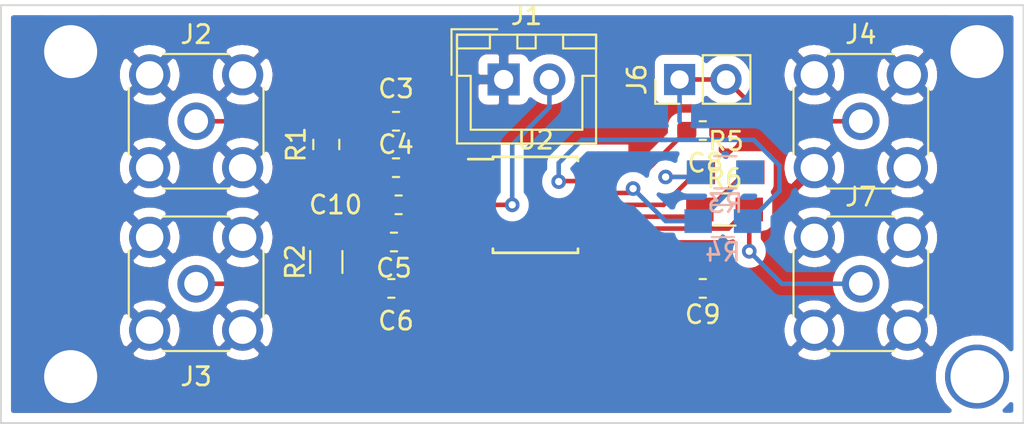
<source format=kicad_pcb>
(kicad_pcb (version 20171130) (host pcbnew "(5.1.2)-2")
  (layers (0 F.Cu signal) (31 B.Cu signal) (34 B.Paste user) (35 F.Paste user) (36 B.SilkS user) (37 F.SilkS user) (38 B.Mask user) (39 F.Mask user) (44 Edge.Cuts user))
  (net 0 "")
  (net 1 GND)
  (net 2 "Net-(C3-Pad2)")
  (net 3 /INPA)
  (net 4 "Net-(C6-Pad2)")
  (net 5 /INPB)
  (net 6 /VCC3.3)
  (net 7 "Net-(C8-Pad2)")
  (net 8 "Net-(C9-Pad2)")
  (net 9 /MSET)
  (net 10 /PSET)
  (net 11 /VREF)
  (net 12 /OFSA)
  (net 13 /OFSB)
  (net 14 /VMAG)
  (net 15 /VPHS)
  (module Connectors_JST:JST_XH_B02B-XH-A_02x2.50mm_Straight (layer F.Cu) (at 162.092 105.664)
    (fp_text reference J1 (at 1.25 -3.5) (layer F.SilkS))
    (fp_text value Conn_01x02_Male)
    (fp_line (start -2.55 -2.45) (end -2.55 3.5) (layer F.SilkS) (width 0.12))
    (fp_line (start -2.55 3.5) (end 5.05 3.5) (layer F.SilkS) (width 0.12))
    (fp_line (start 5.05 3.5) (end 5.05 -2.45) (layer F.SilkS) (width 0.12))
    (fp_line (start 5.05 -2.45) (end -2.55 -2.45) (layer F.SilkS) (width 0.12))
    (fp_line (start 0.75 -2.45) (end 0.75 -1.7) (layer F.SilkS) (width 0.12))
    (fp_line (start 0.75 -1.7) (end 1.75 -1.7) (layer F.SilkS) (width 0.12))
    (fp_line (start 1.75 -1.7) (end 1.75 -2.45) (layer F.SilkS) (width 0.12))
    (fp_line (start 1.75 -2.45) (end 0.75 -2.45) (layer F.SilkS) (width 0.12))
    (fp_line (start -2.55 -2.45) (end -2.55 -1.7) (layer F.SilkS) (width 0.12))
    (fp_line (start -2.55 -1.7) (end -0.75 -1.7) (layer F.SilkS) (width 0.12))
    (fp_line (start -0.75 -1.7) (end -0.75 -2.45) (layer F.SilkS) (width 0.12))
    (fp_line (start -0.75 -2.45) (end -2.55 -2.45) (layer F.SilkS) (width 0.12))
    (fp_line (start 3.25 -2.45) (end 3.25 -1.7) (layer F.SilkS) (width 0.12))
    (fp_line (start 3.25 -1.7) (end 5.05 -1.7) (layer F.SilkS) (width 0.12))
    (fp_line (start 5.05 -1.7) (end 5.05 -2.45) (layer F.SilkS) (width 0.12))
    (fp_line (start 5.05 -2.45) (end 3.25 -2.45) (layer F.SilkS) (width 0.12))
    (fp_line (start -2.55 -0.2) (end -1.8 -0.2) (layer F.SilkS) (width 0.12))
    (fp_line (start -1.8 -0.2) (end -1.8 2.75) (layer F.SilkS) (width 0.12))
    (fp_line (start -1.8 2.75) (end 1.25 2.75) (layer F.SilkS) (width 0.12))
    (fp_line (start 5.05 -0.2) (end 4.3 -0.2) (layer F.SilkS) (width 0.12))
    (fp_line (start 4.3 -0.2) (end 4.3 2.75) (layer F.SilkS) (width 0.12))
    (fp_line (start 4.3 2.75) (end 1.25 2.75) (layer F.SilkS) (width 0.12))
    (fp_line (start -0.35 -2.75) (end -2.85 -2.75) (layer F.SilkS) (width 0.12))
    (fp_line (start -2.85 -2.75) (end -2.85 -0.25) (layer F.SilkS) (width 0.12))
    (pad 1 thru_hole rect (at 0 0) (size 1.75 1.75) (drill 1.05) (layers *.Cu *.Mask) (net 1 GND))
    (pad 2 thru_hole circle (at 2.5 0) (size 1.75 1.75) (drill 1.05) (layers *.Cu *.Mask) (net 6 /VCC3.3))
  )
  (module Housings_SSOP:TSSOP-14_4.4x5mm_Pitch0.65mm (layer F.Cu) (at 163.83 112.522)
    (fp_text reference U2 (at 0 -3.55) (layer F.SilkS))
    (fp_text value AD8302)
    (fp_line (start -2.325 -2.625) (end -2.325 -2.5) (layer F.SilkS) (width 0.15))
    (fp_line (start 2.325 -2.625) (end 2.325 -2.4) (layer F.SilkS) (width 0.15))
    (fp_line (start 2.325 2.625) (end 2.325 2.4) (layer F.SilkS) (width 0.15))
    (fp_line (start -2.325 2.625) (end -2.325 2.4) (layer F.SilkS) (width 0.15))
    (fp_line (start -2.325 -2.625) (end 2.325 -2.625) (layer F.SilkS) (width 0.15))
    (fp_line (start -2.325 2.625) (end 2.325 2.625) (layer F.SilkS) (width 0.15))
    (fp_line (start -2.325 -2.5) (end -3.675 -2.5) (layer F.SilkS) (width 0.15))
    (pad 1 smd rect (at -2.95 -1.95) (size 1.45 0.45) (layers F.Cu F.Paste F.Mask) (net 1 GND))
    (pad 2 smd rect (at -2.95 -1.3) (size 1.45 0.45) (layers F.Cu F.Paste F.Mask) (net 3 /INPA))
    (pad 3 smd rect (at -2.95 -0.65) (size 1.45 0.45) (layers F.Cu F.Paste F.Mask) (net 12 /OFSA))
    (pad 4 smd rect (at -2.95 0) (size 1.45 0.45) (layers F.Cu F.Paste F.Mask) (net 6 /VCC3.3))
    (pad 5 smd rect (at -2.95 0.65) (size 1.45 0.45) (layers F.Cu F.Paste F.Mask) (net 13 /OFSB))
    (pad 6 smd rect (at -2.95 1.3) (size 1.45 0.45) (layers F.Cu F.Paste F.Mask) (net 5 /INPB))
    (pad 7 smd rect (at -2.95 1.95) (size 1.45 0.45) (layers F.Cu F.Paste F.Mask) (net 1 GND))
    (pad 8 smd rect (at 2.95 1.95) (size 1.45 0.45) (layers F.Cu F.Paste F.Mask) (net 8 "Net-(C9-Pad2)"))
    (pad 9 smd rect (at 2.95 1.3) (size 1.45 0.45) (layers F.Cu F.Paste F.Mask) (net 15 /VPHS))
    (pad 10 smd rect (at 2.95 0.65) (size 1.45 0.45) (layers F.Cu F.Paste F.Mask) (net 10 /PSET))
    (pad 11 smd rect (at 2.95 0) (size 1.45 0.45) (layers F.Cu F.Paste F.Mask) (net 11 /VREF))
    (pad 12 smd rect (at 2.95 -0.65) (size 1.45 0.45) (layers F.Cu F.Paste F.Mask) (net 9 /MSET))
    (pad 13 smd rect (at 2.95 -1.3) (size 1.45 0.45) (layers F.Cu F.Paste F.Mask) (net 14 /VMAG))
    (pad 14 smd rect (at 2.95 -1.95) (size 1.45 0.45) (layers F.Cu F.Paste F.Mask) (net 7 "Net-(C8-Pad2)"))
  )
  (module Resistors_SMD:R_0805_HandSoldering (layer B.Cu) (at 174.07 113.411)
    (fp_text reference R4 (at 0 1.7) (layer B.SilkS) (effects (justify mirror)))
    (fp_text value R_Small)
    (fp_line (start 0.6 -0.88) (end -0.6 -0.88) (layer B.SilkS) (width 0.12))
    (fp_line (start -0.6 0.88) (end 0.6 0.88) (layer B.SilkS) (width 0.12))
    (pad 1 smd rect (at -1.35 0) (size 1.5 1.3) (layers B.Cu B.Paste B.Mask) (net 9 /MSET))
    (pad 2 smd rect (at 1.35 0) (size 1.5 1.3) (layers B.Cu B.Paste B.Mask) (net 14 /VMAG))
  )
  (module SMA:SMA (layer F.Cu) (at 181.61 116.84)
    (fp_text reference J7 (at 0 -4.75) (layer F.SilkS))
    (fp_text value Conn_Coaxial)
    (fp_line (start -3.68 -1.8) (end -3.68 1.8) (layer F.SilkS) (width 0.12))
    (fp_line (start 3.68 -1.8) (end 3.68 1.8) (layer F.SilkS) (width 0.12))
    (fp_line (start -1.8 3.68) (end 1.8 3.68) (layer F.SilkS) (width 0.12))
    (fp_line (start -1.8 -3.68) (end 1.8 -3.68) (layer F.SilkS) (width 0.12))
    (pad 1 thru_hole circle (at 0 0) (size 2.05 2.05) (drill 1.3) (layers *.Cu *.Mask) (net 15 /VPHS))
    (pad 2 thru_hole circle (at 2.54 2.54) (size 2.25 2.25) (drill 1.5) (layers *.Cu *.Mask) (net 1 GND))
    (pad 2 thru_hole circle (at 2.54 -2.54) (size 2.25 2.25) (drill 1.5) (layers *.Cu *.Mask) (net 1 GND))
    (pad 2 thru_hole circle (at -2.54 -2.54) (size 2.25 2.25) (drill 1.5) (layers *.Cu *.Mask) (net 1 GND))
    (pad 2 thru_hole circle (at -2.54 2.54) (size 2.25 2.25) (drill 1.5) (layers *.Cu *.Mask) (net 1 GND))
  )
  (module Connector_PinHeader_2.54mm:PinHeader_1x02_P2.54mm_Vertical (layer F.Cu) (at 171.704 105.664 90)
    (fp_text reference J6 (at 0 -2.33 90) (layer F.SilkS))
    (fp_text value Conn_01x02_Male)
    (fp_line (start -1.33 -1.33) (end 0 -1.33) (layer F.SilkS) (width 0.12))
    (fp_line (start -1.33 0) (end -1.33 -1.33) (layer F.SilkS) (width 0.12))
    (fp_line (start -1.33 1.27) (end 1.33 1.27) (layer F.SilkS) (width 0.12))
    (fp_line (start 1.33 1.27) (end 1.33 3.87) (layer F.SilkS) (width 0.12))
    (fp_line (start -1.33 1.27) (end -1.33 3.87) (layer F.SilkS) (width 0.12))
    (fp_line (start -1.33 3.87) (end 1.33 3.87) (layer F.SilkS) (width 0.12))
    (pad 2 thru_hole oval (at 0 2.54 90) (size 1.7 1.7) (drill 1) (layers *.Cu *.Mask) (net 14 /VMAG))
    (pad 1 thru_hole rect (at 0 0 90) (size 1.7 1.7) (drill 1) (layers *.Cu *.Mask) (net 14 /VMAG))
  )
  (module Capacitor_SMD:C_0603_1608Metric_Pad1.05x0.95mm_HandSolder (layer F.Cu) (at 156.351 112.522)
    (fp_text reference C10 (at -3.443 0) (layer F.SilkS))
    (fp_text value C_Small)
    (fp_line (start -0.171267 0.51) (end 0.171267 0.51) (layer F.SilkS) (width 0.12))
    (fp_line (start -0.171267 -0.51) (end 0.171267 -0.51) (layer F.SilkS) (width 0.12))
    (pad 2 smd roundrect (at 0.875 0) (size 1.05 0.95) (layers F.Cu F.Paste F.Mask) (net 6 /VCC3.3))
    (pad 1 smd roundrect (at -0.875 0) (size 1.05 0.95) (layers F.Cu F.Paste F.Mask) (net 1 GND))
  )
  (module Capacitor_SMD:C_0603_1608Metric_Pad1.05x0.95mm_HandSolder (layer F.Cu) (at 172.974 117.094 180)
    (fp_text reference C9 (at 0 -1.43) (layer F.SilkS))
    (fp_text value C_Small)
    (fp_line (start -0.171267 0.51) (end 0.171267 0.51) (layer F.SilkS) (width 0.12))
    (fp_line (start -0.171267 -0.51) (end 0.171267 -0.51) (layer F.SilkS) (width 0.12))
    (pad 2 smd roundrect (at 0.875 0 180) (size 1.05 0.95) (layers F.Cu F.Paste F.Mask) (net 8 "Net-(C9-Pad2)"))
    (pad 1 smd roundrect (at -0.875 0 180) (size 1.05 0.95) (layers F.Cu F.Paste F.Mask) (net 1 GND))
  )
  (module Capacitor_SMD:C_0603_1608Metric_Pad1.05x0.95mm_HandSolder (layer F.Cu) (at 172.974 108.458 180)
    (fp_text reference C8 (at -0.141 -1.778) (layer F.SilkS))
    (fp_text value C_Small)
    (fp_line (start -0.171267 0.51) (end 0.171267 0.51) (layer F.SilkS) (width 0.12))
    (fp_line (start -0.171267 -0.51) (end 0.171267 -0.51) (layer F.SilkS) (width 0.12))
    (pad 2 smd roundrect (at 0.875 0 180) (size 1.05 0.95) (layers F.Cu F.Paste F.Mask) (net 7 "Net-(C8-Pad2)"))
    (pad 1 smd roundrect (at -0.875 0 180) (size 1.05 0.95) (layers F.Cu F.Paste F.Mask) (net 1 GND))
  )
  (module Capacitor_SMD:C_0603_1608Metric_Pad1.05x0.95mm_HandSolder (layer F.Cu) (at 155.956 117.094 180)
    (fp_text reference C6 (at -0.254 -1.778) (layer F.SilkS))
    (fp_text value C_Small)
    (fp_line (start -0.171267 0.51) (end 0.171267 0.51) (layer F.SilkS) (width 0.12))
    (fp_line (start -0.171267 -0.51) (end 0.171267 -0.51) (layer F.SilkS) (width 0.12))
    (pad 2 smd roundrect (at 0.875 0 180) (size 1.05 0.95) (layers F.Cu F.Paste F.Mask) (net 4 "Net-(C6-Pad2)"))
    (pad 1 smd roundrect (at -0.875 0 180) (size 1.05 0.95) (layers F.Cu F.Paste F.Mask) (net 5 /INPB))
  )
  (module Capacitor_SMD:C_0603_1608Metric_Pad1.05x0.95mm_HandSolder (layer F.Cu) (at 156.097 114.554 180)
    (fp_text reference C5 (at 0 -1.43) (layer F.SilkS))
    (fp_text value C_Small)
    (fp_line (start -0.171267 0.51) (end 0.171267 0.51) (layer F.SilkS) (width 0.12))
    (fp_line (start -0.171267 -0.51) (end 0.171267 -0.51) (layer F.SilkS) (width 0.12))
    (pad 2 smd roundrect (at 0.875 0 180) (size 1.05 0.95) (layers F.Cu F.Paste F.Mask) (net 1 GND))
    (pad 1 smd roundrect (at -0.875 0 180) (size 1.05 0.95) (layers F.Cu F.Paste F.Mask) (net 13 /OFSB))
  )
  (module Capacitor_SMD:C_0603_1608Metric_Pad1.05x0.95mm_HandSolder (layer F.Cu) (at 156.21 110.49 180)
    (fp_text reference C4 (at 0 1.27) (layer F.SilkS))
    (fp_text value C_Small)
    (fp_line (start -0.171267 0.51) (end 0.171267 0.51) (layer F.SilkS) (width 0.12))
    (fp_line (start -0.171267 -0.51) (end 0.171267 -0.51) (layer F.SilkS) (width 0.12))
    (pad 2 smd roundrect (at 0.875 0 180) (size 1.05 0.95) (layers F.Cu F.Paste F.Mask) (net 1 GND))
    (pad 1 smd roundrect (at -0.875 0 180) (size 1.05 0.95) (layers F.Cu F.Paste F.Mask) (net 12 /OFSA))
  )
  (module Capacitor_SMD:C_0603_1608Metric_Pad1.05x0.95mm_HandSolder (layer F.Cu) (at 156.21 107.95 180)
    (fp_text reference C3 (at 0 1.778) (layer F.SilkS))
    (fp_text value C_Small)
    (fp_line (start -0.171267 0.51) (end 0.171267 0.51) (layer F.SilkS) (width 0.12))
    (fp_line (start -0.171267 -0.51) (end 0.171267 -0.51) (layer F.SilkS) (width 0.12))
    (pad 2 smd roundrect (at 0.875 0 180) (size 1.05 0.95) (layers F.Cu F.Paste F.Mask) (net 2 "Net-(C3-Pad2)"))
    (pad 1 smd roundrect (at -0.875 0 180) (size 1.05 0.95) (layers F.Cu F.Paste F.Mask) (net 3 /INPA))
  )
  (module Resistor_SMD:R_0805_2012Metric_Pad1.15x1.40mm_HandSolder (layer F.Cu) (at 152.4 109.22 90)
    (fp_text reference R1 (at 0 -1.65 90) (layer F.SilkS))
    (fp_text value R_Small)
    (fp_line (start -0.261252 0.71) (end 0.261252 0.71) (layer F.SilkS) (width 0.12))
    (fp_line (start -0.261252 -0.71) (end 0.261252 -0.71) (layer F.SilkS) (width 0.12))
    (pad 2 smd roundrect (at 1.025 0 90) (size 1.15 1.4) (layers F.Cu F.Paste F.Mask) (roundrect_rratio 0.217391) (net 2 "Net-(C3-Pad2)"))
    (pad 1 smd roundrect (at -1.025 0 90) (size 1.15 1.4) (layers F.Cu F.Paste F.Mask) (roundrect_rratio 0.217391) (net 1 GND))
  )
  (module Resistors_SMD:R_0805_HandSoldering (layer F.Cu) (at 174.164 112.776)
    (fp_text reference R6 (at 0 -1.7) (layer F.SilkS))
    (fp_text value R_Small)
    (fp_line (start 0.6 0.88) (end -0.6 0.88) (layer F.SilkS) (width 0.12))
    (fp_line (start -0.6 -0.88) (end 0.6 -0.88) (layer F.SilkS) (width 0.12))
    (pad 1 smd rect (at -1.35 0) (size 1.5 1.3) (layers F.Cu F.Paste F.Mask) (net 10 /PSET))
    (pad 2 smd rect (at 1.35 0) (size 1.5 1.3) (layers F.Cu F.Paste F.Mask) (net 15 /VPHS))
  )
  (module Resistors_SMD:R_0805_HandSoldering (layer F.Cu) (at 174.244 110.744)
    (fp_text reference R5 (at 0 -1.7) (layer F.SilkS))
    (fp_text value R_Small)
    (fp_line (start 0.6 0.88) (end -0.6 0.88) (layer F.SilkS) (width 0.12))
    (fp_line (start -0.6 -0.88) (end 0.6 -0.88) (layer F.SilkS) (width 0.12))
    (pad 1 smd rect (at -1.35 0) (size 1.5 1.3) (layers F.Cu F.Paste F.Mask) (net 11 /VREF))
    (pad 2 smd rect (at 1.35 0) (size 1.5 1.3) (layers F.Cu F.Paste F.Mask) (net 10 /PSET))
  )
  (module Resistors_SMD:R_0805_HandSoldering (layer B.Cu) (at 174.197 110.744)
    (fp_text reference R3 (at 0 1.7) (layer B.SilkS) (effects (justify mirror)))
    (fp_text value R_Small)
    (fp_line (start 0.6 -0.88) (end -0.6 -0.88) (layer B.SilkS) (width 0.12))
    (fp_line (start -0.6 0.88) (end 0.6 0.88) (layer B.SilkS) (width 0.12))
    (pad 1 smd rect (at -1.35 0) (size 1.5 1.3) (layers B.Cu B.Paste B.Mask) (net 11 /VREF))
    (pad 2 smd rect (at 1.35 0) (size 1.5 1.3) (layers B.Cu B.Paste B.Mask) (net 9 /MSET))
  )
  (module Resistors_SMD:R_0805_HandSoldering (layer F.Cu) (at 152.4 115.65 90)
    (fp_text reference R2 (at 0 -1.7 90) (layer F.SilkS))
    (fp_text value R_Small)
    (fp_line (start 0.6 0.88) (end -0.6 0.88) (layer F.SilkS) (width 0.12))
    (fp_line (start -0.6 -0.88) (end 0.6 -0.88) (layer F.SilkS) (width 0.12))
    (pad 1 smd rect (at -1.35 0 90) (size 1.5 1.3) (layers F.Cu F.Paste F.Mask) (net 4 "Net-(C6-Pad2)"))
    (pad 2 smd rect (at 1.35 0 90) (size 1.5 1.3) (layers F.Cu F.Paste F.Mask) (net 1 GND))
  )
  (module SMA:SMA (layer F.Cu) (at 181.61 107.95)
    (fp_text reference J4 (at 0 -4.75) (layer F.SilkS))
    (fp_text value Conn_Coaxial)
    (fp_line (start -3.68 -1.8) (end -3.68 1.8) (layer F.SilkS) (width 0.12))
    (fp_line (start 3.68 -1.8) (end 3.68 1.8) (layer F.SilkS) (width 0.12))
    (fp_line (start -1.8 3.68) (end 1.8 3.68) (layer F.SilkS) (width 0.12))
    (fp_line (start -1.8 -3.68) (end 1.8 -3.68) (layer F.SilkS) (width 0.12))
    (pad 1 thru_hole circle (at 0 0) (size 2.05 2.05) (drill 1.3) (layers *.Cu *.Mask) (net 14 /VMAG))
    (pad 2 thru_hole circle (at 2.54 2.54) (size 2.25 2.25) (drill 1.5) (layers *.Cu *.Mask) (net 1 GND))
    (pad 2 thru_hole circle (at 2.54 -2.54) (size 2.25 2.25) (drill 1.5) (layers *.Cu *.Mask) (net 1 GND))
    (pad 2 thru_hole circle (at -2.54 -2.54) (size 2.25 2.25) (drill 1.5) (layers *.Cu *.Mask) (net 1 GND))
    (pad 2 thru_hole circle (at -2.54 2.54) (size 2.25 2.25) (drill 1.5) (layers *.Cu *.Mask) (net 1 GND))
  )
  (module SMA:SMA (layer F.Cu) (at 145.288 116.84)
    (fp_text reference J3 (at 0 5.08) (layer F.SilkS))
    (fp_text value Conn_Coaxial)
    (fp_line (start -3.68 -1.8) (end -3.68 1.8) (layer F.SilkS) (width 0.12))
    (fp_line (start 3.68 -1.8) (end 3.68 1.8) (layer F.SilkS) (width 0.12))
    (fp_line (start -1.8 3.68) (end 1.8 3.68) (layer F.SilkS) (width 0.12))
    (fp_line (start -1.8 -3.68) (end 1.8 -3.68) (layer F.SilkS) (width 0.12))
    (pad 1 thru_hole circle (at 0 0) (size 2.05 2.05) (drill 1.3) (layers *.Cu *.Mask) (net 4 "Net-(C6-Pad2)"))
    (pad 2 thru_hole circle (at 2.54 2.54) (size 2.25 2.25) (drill 1.5) (layers *.Cu *.Mask) (net 1 GND))
    (pad 2 thru_hole circle (at 2.54 -2.54) (size 2.25 2.25) (drill 1.5) (layers *.Cu *.Mask) (net 1 GND))
    (pad 2 thru_hole circle (at -2.54 -2.54) (size 2.25 2.25) (drill 1.5) (layers *.Cu *.Mask) (net 1 GND))
    (pad 2 thru_hole circle (at -2.54 2.54) (size 2.25 2.25) (drill 1.5) (layers *.Cu *.Mask) (net 1 GND))
  )
  (module SMA:SMA (layer F.Cu) (at 145.288 107.95)
    (fp_text reference J2 (at 0 -4.75) (layer F.SilkS))
    (fp_text value Conn_Coaxial)
    (fp_line (start -3.68 -1.8) (end -3.68 1.8) (layer F.SilkS) (width 0.12))
    (fp_line (start 3.68 -1.8) (end 3.68 1.8) (layer F.SilkS) (width 0.12))
    (fp_line (start -1.8 3.68) (end 1.8 3.68) (layer F.SilkS) (width 0.12))
    (fp_line (start -1.8 -3.68) (end 1.8 -3.68) (layer F.SilkS) (width 0.12))
    (pad 1 thru_hole circle (at 0 0) (size 2.05 2.05) (drill 1.3) (layers *.Cu *.Mask) (net 2 "Net-(C3-Pad2)"))
    (pad 2 thru_hole circle (at 2.54 2.54) (size 2.25 2.25) (drill 1.5) (layers *.Cu *.Mask) (net 1 GND))
    (pad 2 thru_hole circle (at 2.54 -2.54) (size 2.25 2.25) (drill 1.5) (layers *.Cu *.Mask) (net 1 GND))
    (pad 2 thru_hole circle (at -2.54 -2.54) (size 2.25 2.25) (drill 1.5) (layers *.Cu *.Mask) (net 1 GND))
    (pad 2 thru_hole circle (at -2.54 2.54) (size 2.25 2.25) (drill 1.5) (layers *.Cu *.Mask) (net 1 GND))
  )
  (gr_line (start 134.62 101.6) (end 190.5 101.6) (layer Edge.Cuts) (width 0.1))
  (gr_line (start 134.62 124.46) (end 134.62 101.6) (layer Edge.Cuts) (width 0.1))
  (gr_line (start 190.5 124.46) (end 134.62 124.46) (layer Edge.Cuts) (width 0.1))
  (gr_line (start 190.5 101.6) (end 190.5 124.46) (layer Edge.Cuts) (width 0.1))
  (via (at 187.96 104.14) (size 3.5) (drill 2.9) (layers F.Cu B.Cu) (net 1))
  (via (at 187.96 121.92) (size 3.5) (drill 2.9) (layers F.Cu B.Cu) (net 0))
  (via (at 138.43 121.92) (size 3.5) (drill 2.9) (layers F.Cu B.Cu) (net 1))
  (via (at 138.43 104.14) (size 3.5) (drill 2.9) (layers F.Cu B.Cu) (net 1))
  (via (at 170.942 110.998) (size 0.8) (drill 0.4) (layers F.Cu B.Cu) (net 11))
  (via (at 175.514 115.062) (size 0.8) (drill 0.4) (layers F.Cu B.Cu) (net 15))
  (segment (start 155.222 110.603) (end 155.335 110.49) (width 0.25) (layer F.Cu) (net 1))
  (segment (start 152.645 110.49) (end 152.4 110.245) (width 0.25) (layer F.Cu) (net 1))
  (segment (start 155.335 110.49) (end 152.645 110.49) (width 0.25) (layer F.Cu) (net 1))
  (segment (start 152.654 114.554) (end 152.4 114.3) (width 0.25) (layer F.Cu) (net 1))
  (segment (start 155.222 114.554) (end 152.654 114.554) (width 0.25) (layer F.Cu) (net 1))
  (segment (start 177.038 108.458) (end 179.07 110.49) (width 0.25) (layer F.Cu) (net 1))
  (segment (start 173.849 108.458) (end 177.038 108.458) (width 0.25) (layer F.Cu) (net 1))
  (segment (start 176.276 117.094) (end 179.07 114.3) (width 0.25) (layer F.Cu) (net 1))
  (segment (start 173.849 117.094) (end 176.276 117.094) (width 0.25) (layer F.Cu) (net 1))
  (segment (start 153.698 113.002) (end 152.4 114.3) (width 0.25) (layer F.Cu) (net 1))
  (segment (start 153.698 112.522) (end 153.698 113.002) (width 0.25) (layer F.Cu) (net 1))
  (segment (start 153.698 111.543) (end 152.4 110.245) (width 0.25) (layer F.Cu) (net 1))
  (segment (start 153.698 112.522) (end 153.698 111.543) (width 0.25) (layer F.Cu) (net 1))
  (segment (start 152.155 107.95) (end 152.4 108.195) (width 0.25) (layer F.Cu) (net 2))
  (segment (start 145.288 107.95) (end 152.155 107.95) (width 0.25) (layer F.Cu) (net 2))
  (segment (start 155.09 108.195) (end 155.335 107.95) (width 0.25) (layer F.Cu) (net 2))
  (segment (start 152.4 108.195) (end 155.09 108.195) (width 0.25) (layer F.Cu) (net 2))
  (segment (start 157.085 108.525) (end 157.085 107.95) (width 0.25) (layer F.Cu) (net 3))
  (segment (start 159.782 111.222) (end 157.085 108.525) (width 0.25) (layer F.Cu) (net 3))
  (segment (start 160.88 111.222) (end 159.782 111.222) (width 0.25) (layer F.Cu) (net 3))
  (segment (start 152.24 116.84) (end 152.4 117) (width 0.25) (layer F.Cu) (net 4))
  (segment (start 145.288 116.84) (end 152.24 116.84) (width 0.25) (layer F.Cu) (net 4))
  (segment (start 155.175 117) (end 155.335 116.84) (width 0.25) (layer F.Cu) (net 4))
  (segment (start 152.4 117) (end 155.175 117) (width 0.25) (layer F.Cu) (net 4))
  (segment (start 156.831 117.094) (end 156.831 116.699) (width 0.25) (layer F.Cu) (net 5))
  (segment (start 156.831 116.699) (end 159.708 113.822) (width 0.25) (layer F.Cu) (net 5))
  (segment (start 160.88 113.822) (end 159.796 113.822) (width 0.25) (layer F.Cu) (net 5))
  (segment (start 159.708 113.822) (end 160.88 113.822) (width 0.25) (layer F.Cu) (net 5))
  (segment (start 164.592 105.664) (end 164.592 107.188) (width 0.25) (layer B.Cu) (net 6))
  (segment (start 164.592 107.188) (end 162.56 109.22) (width 0.25) (layer B.Cu) (net 6))
  (via (at 162.56 112.522) (size 0.8) (drill 0.4) (layers F.Cu B.Cu) (net 6))
  (segment (start 160.88 112.522) (end 157.226 112.522) (width 0.25) (layer F.Cu) (net 6))
  (segment (start 162.56 109.22) (end 162.56 112.522) (width 0.25) (layer B.Cu) (net 6))
  (segment (start 160.88 112.522) (end 162.56 112.522) (width 0.25) (layer F.Cu) (net 6))
  (segment (start 169.985 110.572) (end 172.099 108.458) (width 0.25) (layer F.Cu) (net 7))
  (segment (start 166.78 110.572) (end 169.985 110.572) (width 0.25) (layer F.Cu) (net 7))
  (segment (start 169.477 114.472) (end 172.099 117.094) (width 0.25) (layer F.Cu) (net 8))
  (segment (start 166.78 114.472) (end 169.477 114.472) (width 0.25) (layer F.Cu) (net 8))
  (segment (start 172.78 113.411) (end 172.72 113.411) (width 0.25) (layer B.Cu) (net 9))
  (segment (start 175.447 110.744) (end 172.78 113.411) (width 0.25) (layer B.Cu) (net 9))
  (segment (start 175.547 110.744) (end 175.447 110.744) (width 0.25) (layer B.Cu) (net 9))
  (segment (start 170.942 113.411) (end 169.164 111.633) (width 0.25) (layer B.Cu) (net 9))
  (segment (start 172.72 113.411) (end 170.942 113.411) (width 0.25) (layer B.Cu) (net 9))
  (via (at 169.164 111.633) (size 0.8) (drill 0.4) (layers F.Cu B.Cu) (net 9))
  (segment (start 169.164 111.633) (end 168.925 111.872) (width 0.25) (layer F.Cu) (net 9))
  (segment (start 168.925 111.872) (end 166.78 111.872) (width 0.25) (layer F.Cu) (net 9))
  (segment (start 173.288 112.776) (end 172.814 112.776) (width 0.25) (layer F.Cu) (net 10))
  (segment (start 175.32 110.744) (end 173.288 112.776) (width 0.25) (layer F.Cu) (net 10))
  (segment (start 175.42 110.744) (end 175.32 110.744) (width 0.25) (layer F.Cu) (net 10))
  (segment (start 172.418 113.172) (end 172.814 112.776) (width 0.25) (layer F.Cu) (net 10))
  (segment (start 166.78 113.172) (end 172.418 113.172) (width 0.25) (layer F.Cu) (net 10))
  (segment (start 172.62 110.744) (end 172.72 110.744) (width 0.25) (layer F.Cu) (net 11))
  (segment (start 170.842 112.522) (end 172.62 110.744) (width 0.25) (layer F.Cu) (net 11))
  (segment (start 166.78 112.522) (end 170.842 112.522) (width 0.25) (layer F.Cu) (net 11))
  (segment (start 172.64 110.998) (end 172.894 110.744) (width 0.25) (layer F.Cu) (net 11))
  (segment (start 170.942 110.998) (end 172.64 110.998) (width 0.25) (layer F.Cu) (net 11))
  (segment (start 172.593 110.998) (end 172.847 110.744) (width 0.25) (layer B.Cu) (net 11))
  (segment (start 170.942 110.998) (end 172.593 110.998) (width 0.25) (layer B.Cu) (net 11))
  (segment (start 157.085 110.49) (end 158.467 111.872) (width 0.25) (layer F.Cu) (net 12))
  (segment (start 158.467 111.872) (end 160.88 111.872) (width 0.25) (layer F.Cu) (net 12))
  (segment (start 156.972 114.554) (end 158.354 113.172) (width 0.25) (layer F.Cu) (net 13))
  (segment (start 158.354 113.172) (end 160.88 113.172) (width 0.25) (layer F.Cu) (net 13))
  (segment (start 176.53 107.95) (end 174.244 105.664) (width 0.25) (layer F.Cu) (net 14))
  (segment (start 181.61 107.95) (end 176.53 107.95) (width 0.25) (layer F.Cu) (net 14))
  (segment (start 173.041919 105.664) (end 171.704 105.664) (width 0.25) (layer F.Cu) (net 14))
  (segment (start 174.244 105.664) (end 173.041919 105.664) (width 0.25) (layer F.Cu) (net 14))
  (segment (start 175.52 113.411) (end 177.165 111.766) (width 0.25) (layer B.Cu) (net 14))
  (segment (start 175.42 113.411) (end 175.52 113.411) (width 0.25) (layer B.Cu) (net 14))
  (segment (start 177.165 110.376998) (end 175.754002 108.966) (width 0.25) (layer B.Cu) (net 14))
  (segment (start 177.165 111.766) (end 177.165 110.376998) (width 0.25) (layer B.Cu) (net 14))
  (segment (start 171.704 105.664) (end 171.704 107.95) (width 0.25) (layer B.Cu) (net 14))
  (segment (start 166.37 108.966) (end 170.942 108.966) (width 0.25) (layer B.Cu) (net 14))
  (segment (start 175.754002 108.966) (end 170.942 108.966) (width 0.25) (layer B.Cu) (net 14))
  (segment (start 170.942 108.966) (end 170.688 108.966) (width 0.25) (layer B.Cu) (net 14))
  (via (at 165.1 111.252) (size 0.8) (drill 0.4) (layers F.Cu B.Cu) (net 14))
  (segment (start 165.1 110.236) (end 166.37 108.966) (width 0.25) (layer B.Cu) (net 14))
  (segment (start 165.1 111.252) (end 165.1 110.236) (width 0.25) (layer B.Cu) (net 14))
  (segment (start 166.78 111.222) (end 165.13 111.222) (width 0.25) (layer F.Cu) (net 14))
  (segment (start 165.13 111.222) (end 165.1 111.252) (width 0.25) (layer F.Cu) (net 14))
  (segment (start 174.368 113.822) (end 167.755 113.822) (width 0.25) (layer F.Cu) (net 15))
  (segment (start 175.414 112.776) (end 174.368 113.822) (width 0.25) (layer F.Cu) (net 15))
  (segment (start 175.514 112.776) (end 175.414 112.776) (width 0.25) (layer F.Cu) (net 15))
  (segment (start 175.514 112.776) (end 175.514 115.062) (width 0.25) (layer F.Cu) (net 15))
  (segment (start 177.292 116.84) (end 177.8 116.84) (width 0.25) (layer B.Cu) (net 15))
  (segment (start 175.514 115.062) (end 177.292 116.84) (width 0.25) (layer B.Cu) (net 15))
  (segment (start 181.61 116.84) (end 177.8 116.84) (width 0.25) (layer B.Cu) (net 15))
  (segment (start 167.755 113.822) (end 166.78 113.822) (width 0.25) (layer F.Cu) (net 15))
  (zone (net 1) (net_name GND) (layer B.Cu) (connect_pads (clearance 0.508)) (min_thickness 0.254) (fill yes (arc_segments 32) (thermal_gap 0.508) (thermal_bridge_width 0.508))
    (polygon (pts (xy 190.5 101.6) (xy 190.5 124.46) (xy 134.62 124.46) (xy 134.62 101.6)))
  )
  (zone (net 1) (net_name GND) (layer F.Cu) (connect_pads (clearance 0.508)) (min_thickness 0.254) (fill yes (arc_segments 32) (thermal_gap 0.508) (thermal_bridge_width 0.508))
    (polygon (pts (xy 134.62 101.6) (xy 134.62 124.46) (xy 190.5 124.46) (xy 190.5 101.6)))
  )
  (zone (net 1) (net_name GND) (layer F.Cu) (connect_pads (clearance 0.508)) (min_thickness 0.254) (fill yes (arc_segments 32) (thermal_gap 0.508) (thermal_bridge_width 0.508))
    (polygon (pts (xy 190.5 101.6) (xy 134.62 101.6) (xy 134.62 124.46) (xy 190.5 124.46)))
  )
  (zone (net 0) (net_name "") (layer B.Cu) (connect_pads (clearance 0.508)) (min_thickness 0.254) (fill yes (arc_segments 32) (thermal_gap 0.508) (thermal_bridge_width 0.508))
    (polygon (pts (xy 190.5 101.6) (xy 190.5 124.46) (xy 134.62 124.46) (xy 134.62 101.6)))
  )
  (zone (net 0) (net_name "") (layer F.Cu) (connect_pads (clearance 0.508)) (min_thickness 0.254)
    (keepout (tracks allowed) (vias allowed) (copperpour not_allowed))
    (fill (arc_segments 32) (thermal_gap 0.508) (thermal_bridge_width 0.508))
    (polygon (pts (xy 168.91 109.22) (xy 168.91 115.57) (xy 158.75 115.57) (xy 158.75 109.22)))
  )
)
</source>
